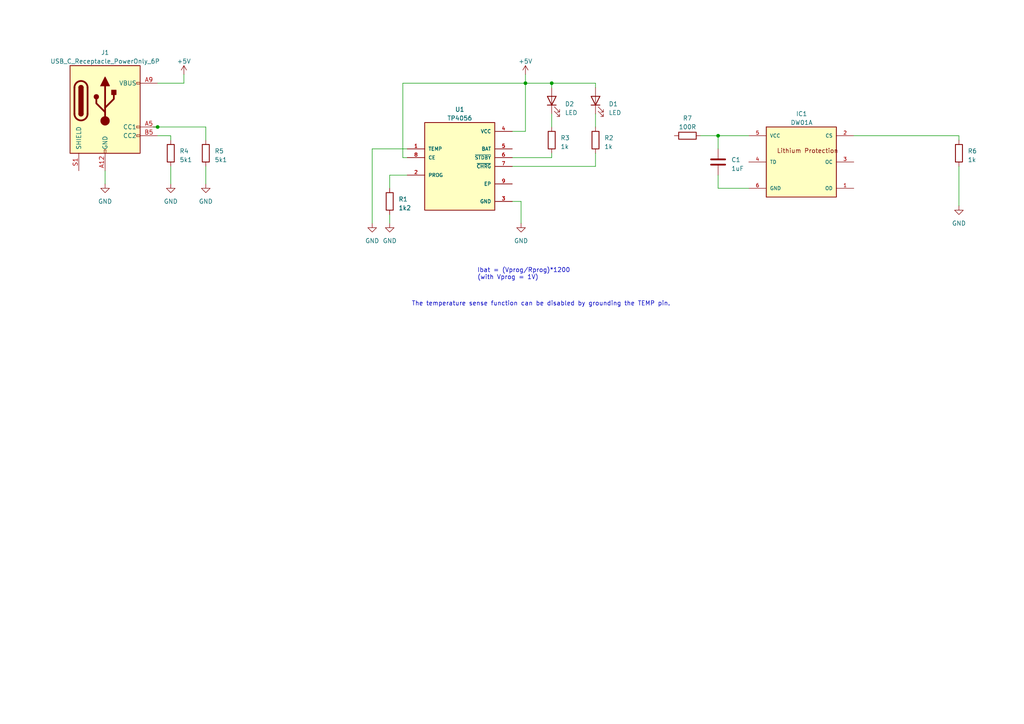
<source format=kicad_sch>
(kicad_sch (version 20230121) (generator eeschema)
  (paper "A4")
  (lib_symbols
    (symbol "Connector:USB_C_Receptacle_PowerOnly_6P" (pin_names (offset 1.016))
      (property "Reference" "J" (at 0 16.51 0))
      (property "Value" "USB_C_Receptacle_PowerOnly_6P" (at 0 13.97 0))
      (symbol "USB_C_Receptacle_PowerOnly_6P_0_0"
        (rectangle (start -0.254 -12.7) (end 0.254 -11.684))
        (rectangle (start 10.16 -7.366) (end 9.144 -7.874))
        (rectangle (start 10.16 -4.826) (end 9.144 -5.334))
        (rectangle (start 10.16 7.874) (end 9.144 7.366))
      )
      (symbol "USB_C_Receptacle_PowerOnly_6P_0_1"
        (rectangle (start -10.16 12.7) (end 10.16 -12.7) (stroke (width 0.254)) (fill (type background)))
        (arc (start -8.89 -1.27) (mid -6.985 -3.1667) (end -5.08 -1.27) (stroke (width 0.508)))
        (arc (start -7.62 -1.27) (mid -6.985 -1.9023) (end -6.35 -1.27) (stroke (width 0.254)))
        (arc (start -7.62 -1.27) (mid -6.985 -1.9023) (end -6.35 -1.27) (stroke (width 0.254)) (fill (type outline)))
        (rectangle (start -7.62 -1.27) (end -6.35 6.35) (stroke (width 0.254)) (fill (type outline)))
        (arc (start -6.35 6.35) (mid -6.985 6.9823) (end -7.62 6.35) (stroke (width 0.254)))
        (arc (start -6.35 6.35) (mid -6.985 6.9823) (end -7.62 6.35) (stroke (width 0.254)) (fill (type outline)))
        (arc (start -5.08 6.35) (mid -6.985 8.2467) (end -8.89 6.35) (stroke (width 0.508)))
        (circle (center -2.54 3.683) (radius 0.635) (stroke (width 0.254)) (fill (type outline)))
        (circle (center 0 -3.302) (radius 1.27) (fill (type outline)))
        (polyline (pts (xy -8.89 -1.27) (xy -8.89 6.35)) (stroke (width 0.508)))
        (polyline (pts (xy -5.08 6.35) (xy -5.08 -1.27)) (stroke (width 0.508)))
        (polyline (pts (xy 0 -3.302) (xy 0 6.858)) (stroke (width 0.508)))
        (polyline (pts (xy 0 -0.762) (xy -2.54 1.778) (xy -2.54 3.048)) (stroke (width 0.508)))
        (polyline (pts (xy 0 0.508) (xy 2.54 3.048) (xy 2.54 4.318)) (stroke (width 0.508)))
        (polyline (pts (xy -1.27 6.858) (xy 0 9.398) (xy 1.27 6.858) (xy -1.27 6.858)) (stroke (width 0.254)) (fill (type outline)))
        (rectangle (start 1.905 4.318) (end 3.175 5.588) (stroke (width 0.254)) (fill (type outline)))
      )
      (symbol "USB_C_Receptacle_PowerOnly_6P_1_1"
        (pin passive line (at 0 -17.78 90) (length 5.08) (name "GND") (number "A12"))
        (pin bidirectional line (at 15.24 -5.08 180) (length 5.08) (name "CC1") (number "A5"))
        (pin passive line (at 15.24 7.62 180) (length 5.08) (name "VBUS") (number "A9"))
        (pin passive line (at 0 -17.78 90) (length 5.08) hide (name "GND") (number "B12"))
        (pin bidirectional line (at 15.24 -7.62 180) (length 5.08) (name "CC2") (number "B5"))
        (pin passive line (at 15.24 7.62 180) (length 5.08) hide (name "VBUS") (number "B9"))
        (pin passive line (at -7.62 -17.78 90) (length 5.08) (name "SHIELD") (number "S1"))
      )
    )
    (symbol "Device:C" (pin_numbers hide) (pin_names (offset 0.254))
      (property "Reference" "C" (at 0.635 2.54 0))
      (property "Value" "C" (at 0.635 -2.54 0))
      (symbol "C_0_1"
        (polyline (pts (xy -2.032 -0.762) (xy 2.032 -0.762)) (stroke (width 0.508)))
        (polyline (pts (xy -2.032 0.762) (xy 2.032 0.762)) (stroke (width 0.508)))
      )
      (symbol "C_1_1"
        (pin passive line (at 0 3.81 270) (length 2.794) (name "~") (number "1"))
        (pin passive line (at 0 -3.81 90) (length 2.794) (name "~") (number "2"))
      )
    )
    (symbol "Device:LED" (pin_numbers hide) (pin_names (offset 1.016) hide)
      (property "Reference" "D" (at 0 2.54 0))
      (property "Value" "LED" (at 0 -2.54 0))
      (symbol "LED_0_1"
        (polyline (pts (xy -1.27 -1.27) (xy -1.27 1.27)) (stroke (width 0.254)))
        (polyline (pts (xy -1.27 0) (xy 1.27 0)))
        (polyline (pts (xy 1.27 -1.27) (xy 1.27 1.27) (xy -1.27 0) (xy 1.27 -1.27)) (stroke (width 0.254)))
        (polyline (pts (xy -3.048 -0.762) (xy -4.572 -2.286) (xy -3.81 -2.286) (xy -4.572 -2.286) (xy -4.572 -1.524)))
        (polyline (pts (xy -1.778 -0.762) (xy -3.302 -2.286) (xy -2.54 -2.286) (xy -3.302 -2.286) (xy -3.302 -1.524)))
      )
      (symbol "LED_1_1"
        (pin passive line (at -3.81 0 0) (length 2.54) (name "K") (number "1"))
        (pin passive line (at 3.81 0 180) (length 2.54) (name "A") (number "2"))
      )
    )
    (symbol "Device:R" (pin_numbers hide) (pin_names (offset 0))
      (property "Reference" "R" (at 2.032 0 90))
      (property "Value" "R" (at 0 0 90))
      (symbol "R_0_1"
        (rectangle (start -1.016 -2.54) (end 1.016 2.54) (stroke (width 0.254)))
      )
      (symbol "R_1_1"
        (pin passive line (at 0 3.81 270) (length 1.27) (name "~") (number "1"))
        (pin passive line (at 0 -3.81 90) (length 1.27) (name "~") (number "2"))
      )
    )
    (symbol "justin-library:DW01A" (pin_names (offset 1.016))
      (property "Reference" "IC" (at -5.08 11.43 0))
      (property "Value" "DW01A" (at -5.08 -12.7 0))
      (symbol "DW01A_0_0"
        (rectangle (start -10.16 -10.16) (end 10.16 10.16) (stroke (width 0.254)) (fill (type background)))
        (text "Lithium Protection" (at -7.112 2.54 0) (effects (font (size 1.27 1.27)) (justify left bottom)))
        (pin bidirectional line (at 15.24 -7.62 180) (length 5.08) (name "OD") (number "1"))
        (pin bidirectional line (at 15.24 7.62 180) (length 5.08) (name "CS") (number "2"))
        (pin bidirectional line (at 15.24 0 180) (length 5.08) (name "OC") (number "3"))
        (pin bidirectional line (at -15.24 0 0) (length 5.08) (name "TD") (number "4"))
        (pin power_in line (at -15.24 7.62 0) (length 5.08) (name "VCC") (number "5"))
        (pin power_in line (at -15.24 -7.62 0) (length 5.08) (name "GND") (number "6"))
      )
    )
    (symbol "justin-library:TP4056" (pin_names (offset 1.016))
      (property "Reference" "U" (at -10.16 13.208 0))
      (property "Value" "TP4056" (at -10.16 -15.24 0))
      (symbol "TP4056_0_0"
        (rectangle (start -10.16 -12.7) (end 10.16 12.7) (stroke (width 0.254)) (fill (type background)))
        (pin input line (at -15.24 5.08 0) (length 5.08) (name "TEMP") (number "1"))
        (pin bidirectional line (at -15.24 -2.54 0) (length 5.08) (name "PROG") (number "2"))
        (pin power_in line (at 15.24 -10.16 180) (length 5.08) (name "GND") (number "3"))
        (pin power_in line (at 15.24 10.16 180) (length 5.08) (name "VCC") (number "4"))
        (pin output line (at 15.24 5.08 180) (length 5.08) (name "BAT") (number "5"))
        (pin output line (at 15.24 2.54 180) (length 5.08) (name "~{STDBY}") (number "6"))
        (pin output line (at 15.24 0 180) (length 5.08) (name "~{CHRG}") (number "7"))
        (pin input line (at -15.24 2.54 0) (length 5.08) (name "CE") (number "8"))
        (pin passive line (at 15.24 -5.08 180) (length 5.08) (name "EP") (number "9"))
      )
    )
    (symbol "power:+5V" (power) (pin_names (offset 0))
      (property "Value" "+5V" (at 0 3.556 0))
      (symbol "+5V_0_1"
        (polyline (pts (xy -0.762 1.27) (xy 0 2.54)))
        (polyline (pts (xy 0 0) (xy 0 2.54)))
        (polyline (pts (xy 0 2.54) (xy 0.762 1.27)))
      )
      (symbol "+5V_1_1"
        (pin power_in line (at 0 0 90) (length 0) hide (name "+5V") (number "1"))
      )
    )
    (symbol "power:GND" (power) (pin_names (offset 0))
      (property "Value" "GND" (at 0 -3.81 0))
      (symbol "GND_0_1"
        (polyline (pts (xy 0 0) (xy 0 -1.27) (xy 1.27 -1.27) (xy 0 -2.54) (xy -1.27 -1.27) (xy 0 -1.27)))
      )
      (symbol "GND_1_1"
        (pin power_in line (at 0 0 270) (length 0) hide (name "GND") (number "1"))
      )
    )
  )
  (junction (at 152.4 24.13))
  (junction (at 45.72 36.83))
  (junction (at 208.28 39.37))
  (junction (at 160.02 24.13))
  (wire (pts (xy 45.72 39.37) (xy 49.53 39.37)))
  (wire (pts (xy 152.4 21.59) (xy 152.4 24.13)))
  (wire (pts (xy 151.13 64.77) (xy 151.13 58.42)))
  (wire (pts (xy 107.95 43.18) (xy 107.95 64.77)))
  (wire (pts (xy 44.45 36.83) (xy 45.72 36.83)))
  (wire (pts (xy 278.13 48.26) (xy 278.13 59.69)))
  (wire (pts (xy 172.72 33.02) (xy 172.72 36.83)))
  (wire (pts (xy 49.53 48.26) (xy 49.53 53.34)))
  (wire (pts (xy 118.11 43.18) (xy 107.95 43.18)))
  (wire (pts (xy 172.72 25.4) (xy 172.72 24.13)))
  (wire (pts (xy 30.48 49.53) (xy 30.48 53.34)))
  (wire (pts (xy 113.03 50.8) (xy 113.03 54.61)))
  (wire (pts (xy 152.4 24.13) (xy 152.4 38.1)))
  (wire (pts (xy 45.72 36.83) (xy 59.69 36.83)))
  (wire (pts (xy 113.03 62.23) (xy 113.03 64.77)))
  (wire (pts (xy 278.13 39.37) (xy 247.65 39.37)))
  (wire (pts (xy 59.69 48.26) (xy 59.69 53.34)))
  (wire (pts (xy 208.28 39.37) (xy 217.17 39.37)))
  (wire (pts (xy 172.72 24.13) (xy 160.02 24.13)))
  (wire (pts (xy 59.69 36.83) (xy 59.69 40.64)))
  (wire (pts (xy 172.72 44.45) (xy 172.72 48.26)))
  (wire (pts (xy 160.02 44.45) (xy 160.02 45.72)))
  (wire (pts (xy 208.28 43.18) (xy 208.28 39.37)))
  (wire (pts (xy 217.17 54.61) (xy 208.28 54.61)))
  (wire (pts (xy 152.4 24.13) (xy 160.02 24.13)))
  (wire (pts (xy 53.34 24.13) (xy 45.72 24.13)))
  (wire (pts (xy 49.53 39.37) (xy 49.53 40.64)))
  (wire (pts (xy 278.13 40.64) (xy 278.13 39.37)))
  (wire (pts (xy 172.72 48.26) (xy 148.59 48.26)))
  (wire (pts (xy 53.34 21.59) (xy 53.34 24.13)))
  (wire (pts (xy 116.84 24.13) (xy 152.4 24.13)))
  (wire (pts (xy 151.13 58.42) (xy 148.59 58.42)))
  (wire (pts (xy 118.11 45.72) (xy 116.84 45.72)))
  (wire (pts (xy 116.84 45.72) (xy 116.84 24.13)))
  (wire (pts (xy 208.28 54.61) (xy 208.28 50.8)))
  (wire (pts (xy 152.4 38.1) (xy 148.59 38.1)))
  (wire (pts (xy 118.11 50.8) (xy 113.03 50.8)))
  (wire (pts (xy 160.02 45.72) (xy 148.59 45.72)))
  (wire (pts (xy 160.02 24.13) (xy 160.02 25.4)))
  (wire (pts (xy 203.2 39.37) (xy 208.28 39.37)))
  (wire (pts (xy 160.02 33.02) (xy 160.02 36.83)))
  (text "Ibat = (Vprog/Rprog)*1200\n(with Vprog = 1V)" (at 138.43 81.28 0) (effects (font (size 1.27 1.27)) (justify left bottom)))
  (text "The temperature sense function can be disabled by grounding the TEMP pin." (at 119.38 88.9 0) (effects (font (size 1.27 1.27)) (justify left bottom)))
  (symbol (lib_id "power:GND") (at 49.53 53.34 0) (unit 1)
    (property "Reference" "#PWR04" (effects hide))
    (property "Value" "GND" (at 49.53 58.42 0))
  )
  (symbol (lib_id "Connector:USB_C_Receptacle_PowerOnly_6P") (at 30.48 31.75 0) (unit 1)
    (property "Reference" "J1" (at 30.48 15.24 0))
    (property "Value" "USB_C_Receptacle_PowerOnly_6P" (at 30.48 17.78 0))
    (property "Footprint" "Connector_USB:USB_C_Receptacle_GCT_USB4135-GF-A_6P_TopMnt_Horizontal" (effects hide))
    (property "Datasheet" "https://www.usb.org/sites/default/files/documents/usb_type-c.zip" (effects hide))
    (property "lcsc" "C2927028" (effects hide))
  )
  (symbol (lib_id "Device:LED") (at 160.02 29.21 90) (unit 1)
    (property "Reference" "D2" (at 163.83 30.1625 90) (effects (justify right)))
    (property "Value" "LED" (at 163.83 32.7025 90) (effects (justify right)))
    (property "Footprint" "LED_SMD:LED_0603_1608Metric_Pad1.05x0.95mm_HandSolder" (effects hide))
    (property "lcsc" "C965805" (effects hide))
  )
  (symbol (lib_id "justin-library:DW01A") (at 232.41 46.99 0) (unit 1)
    (property "Reference" "IC1" (at 232.5086 33.02 0))
    (property "Value" "DW01A" (at 232.5086 35.56 0))
    (property "Footprint" "SOT23-6" (effects hide))
    (property "MPN" "DW01A" (effects hide))
    (property "VALUE" "DW01A" (effects hide))
    (property "LCSC" "C351410" (effects hide))
  )
  (symbol (lib_id "Device:R") (at 59.69 44.45 0) (unit 1)
    (property "Reference" "R5" (at 62.23 43.815 0) (effects (justify left)))
    (property "Value" "5k1" (at 62.23 46.355 0) (effects (justify left)))
    (property "Footprint" "Resistor_SMD:R_0201_0603Metric_Pad0.64x0.40mm_HandSolder" (effects hide))
  )
  (symbol (lib_id "Device:C") (at 208.28 46.99 0) (unit 1)
    (property "Reference" "C1" (at 212.09 46.355 0) (effects (justify left)))
    (property "Value" "1uF" (at 212.09 48.895 0) (effects (justify left)))
    (property "Footprint" "Resistor_SMD:R_0603_1608Metric_Pad0.98x0.95mm_HandSolder" (effects hide))
  )
  (symbol (lib_id "Device:R") (at 49.53 44.45 0) (unit 1)
    (property "Reference" "R4" (at 52.07 43.815 0) (effects (justify left)))
    (property "Value" "5k1" (at 52.07 46.355 0) (effects (justify left)))
    (property "Footprint" "Resistor_SMD:R_0201_0603Metric_Pad0.64x0.40mm_HandSolder" (effects hide))
  )
  (symbol (lib_id "Device:R") (at 172.72 40.64 0) (unit 1)
    (property "Reference" "R2" (at 175.26 40.005 0) (effects (justify left)))
    (property "Value" "1k" (at 175.26 42.545 0) (effects (justify left)))
    (property "Footprint" "Resistor_SMD:R_0603_1608Metric_Pad0.98x0.95mm_HandSolder" (effects hide))
  )
  (symbol (lib_id "Device:R") (at 160.02 40.64 0) (unit 1)
    (property "Reference" "R3" (at 162.56 40.005 0) (effects (justify left)))
    (property "Value" "1k" (at 162.56 42.545 0) (effects (justify left)))
    (property "Footprint" "Resistor_SMD:R_0603_1608Metric_Pad0.98x0.95mm_HandSolder" (effects hide))
  )
  (symbol (lib_id "power:GND") (at 113.03 64.77 0) (unit 1)
    (property "Reference" "#PWR01" (effects hide))
    (property "Value" "GND" (at 113.03 69.85 0))
  )
  (symbol (lib_id "Device:R") (at 199.39 39.37 90) (unit 1)
    (property "Reference" "R7" (at 199.39 34.29 90))
    (property "Value" "100R" (at 199.39 36.83 90))
    (property "Footprint" "Resistor_SMD:R_0603_1608Metric_Pad0.98x0.95mm_HandSolder" (effects hide))
  )
  (symbol (lib_id "power:GND") (at 278.13 59.69 0) (unit 1)
    (property "Reference" "#PWR09" (effects hide))
    (property "Value" "GND" (at 278.13 64.77 0))
  )
  (symbol (lib_id "power:+5V") (at 152.4 21.59 0) (unit 1)
    (property "Reference" "#PWR06" (effects hide))
    (property "Value" "+5V" (at 152.4 17.78 0))
  )
  (symbol (lib_id "Device:R") (at 113.03 58.42 0) (unit 1)
    (property "Reference" "R1" (at 115.57 57.785 0) (effects (justify left)))
    (property "Value" "1k2" (at 115.57 60.325 0) (effects (justify left)))
    (property "Footprint" "Resistor_SMD:R_0603_1608Metric_Pad0.98x0.95mm_HandSolder" (effects hide))
  )
  (symbol (lib_id "Device:R") (at 278.13 44.45 0) (unit 1)
    (property "Reference" "R6" (at 280.67 43.815 0) (effects (justify left)))
    (property "Value" "1k" (at 280.67 46.355 0) (effects (justify left)))
    (property "Footprint" "Resistor_SMD:R_0603_1608Metric_Pad0.98x0.95mm_HandSolder" (effects hide))
  )
  (symbol (lib_id "power:GND") (at 59.69 53.34 0) (unit 1)
    (property "Reference" "#PWR05" (effects hide))
    (property "Value" "GND" (at 59.69 58.42 0))
  )
  (symbol (lib_id "power:GND") (at 151.13 64.77 0) (unit 1)
    (property "Reference" "#PWR07" (effects hide))
    (property "Value" "GND" (at 151.13 69.85 0))
  )
  (symbol (lib_id "power:+5V") (at 53.34 21.59 0) (unit 1)
    (property "Reference" "#PWR02" (effects hide))
    (property "Value" "+5V" (at 53.34 17.78 0))
  )
  (symbol (lib_id "Device:LED") (at 172.72 29.21 90) (unit 1)
    (property "Reference" "D1" (at 176.53 30.1625 90) (effects (justify right)))
    (property "Value" "LED" (at 176.53 32.7025 90) (effects (justify right)))
    (property "Footprint" "LED_SMD:LED_0603_1608Metric_Pad1.05x0.95mm_HandSolder" (effects hide))
    (property "lcsc" "C965799" (effects hide))
  )
  (symbol (lib_id "power:GND") (at 107.95 64.77 0) (unit 1)
    (property "Reference" "#PWR08" (effects hide))
    (property "Value" "GND" (at 107.95 69.85 0))
  )
  (symbol (lib_id "power:GND") (at 30.48 53.34 0) (unit 1)
    (property "Reference" "#PWR03" (effects hide))
    (property "Value" "GND" (at 30.48 58.42 0))
  )
  (symbol (lib_id "justin-library:TP4056") (at 133.35 48.26 0) (unit 1)
    (property "Reference" "U1" (at 133.35 31.75 0))
    (property "Value" "TP4056" (at 133.35 34.29 0))
    (property "Footprint" "justin-library:SOP127P600X175-9N" (effects hide))
    (property "MANUFACTURER" "NanJing Top Power ASIC Corp." (effects hide))
    (property "MAXIMUM_PACKAGE_HEIGHT" "1.75mm" (effects hide))
    (property "STANDARD" "IPC 7351B" (effects hide))
    (property "lcsc" "C725790" (effects hide))
  )
)
</source>
